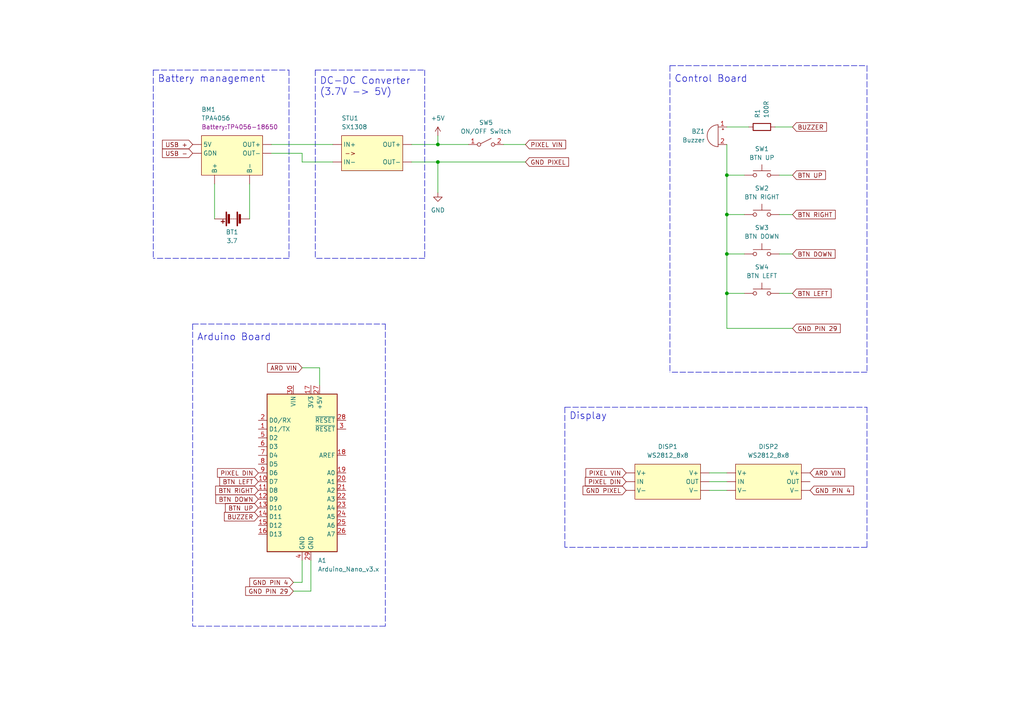
<source format=kicad_sch>
(kicad_sch (version 20211123) (generator eeschema)
  (paper "A4")
  (title_block (title "Tetris") (date "2022-06-23") (rev "1") (company "High Tech Lab"))
  (lib_symbols
    (symbol "Battery_Management:TPA4056" (pin_numbers hide)
      (property "Reference" "U" (at 0 12.7 0))
      (property "Value" "TPA4056" (at 0 10.16 0))
      (property "Footprint" "Battery:TP4056-18650" (at 0 7.62 0))
      (symbol "TPA4056_0_1"
        (rectangle (start -8.89 5.08) (end 8.89 -6.35) (fill (type background)))
      )
      (symbol "TPA4056_1_1"
        (pin power_in line (at -11.43 2.54 0) (length 2.54) (name "5V") (number "1"))
        (pin power_in line (at -11.43 0 0) (length 2.54) (name "GDN") (number "2"))
        (pin power_out line (at 11.43 2.54 180) (length 2.54) (name "OUT+") (number "3"))
        (pin power_out line (at -5.08 -8.89 90) (length 2.54) (name "B+") (number "4"))
        (pin power_out line (at 5.08 -8.89 90) (length 2.54) (name "B-") (number "5"))
        (pin power_out line (at 11.43 0 180) (length 2.54) (name "OUT-") (number "6"))
      )
    )
    (symbol "Converter_DCDC:SX1308" (pin_numbers hide) (in_bom no) (on_board no)
      (property "Reference" "U" (at 0 0 0))
      (property "Value" "SX1308" (at 0 0 0))
      (symbol "SX1308_0_0"
        (text "->" (at -6.35 0 0) (effects (font (size 1.27 1.27))))
      )
      (symbol "SX1308_0_1"
        (rectangle (start -8.89 5.08) (end 8.89 -5.08) (fill (type background)))
      )
      (symbol "SX1308_1_1"
        (pin power_in line (at -11.43 2.54 0) (length 2.54) (name "IN+") (number ""))
        (pin power_in line (at -11.43 -2.54 0) (length 2.54) (name "IN-") (number ""))
        (pin power_out line (at 11.43 2.54 180) (length 2.54) (name "OUT+") (number ""))
        (pin power_out line (at 11.43 -2.54 180) (length 2.54) (name "OUT-") (number ""))
      )
    )
    (symbol "Device:Battery" (pin_numbers hide) (pin_names (offset 0) hide)
      (property "Reference" "BT" (at 2.54 2.54 0))
      (property "Value" "Battery" (at 2.54 0 0))
      (symbol "Battery_0_1"
        (rectangle (start -2.032 -1.397) (end 2.032 -1.651) (fill (type outline)))
        (rectangle (start -2.032 1.778) (end 2.032 1.524) (fill (type outline)))
        (rectangle (start -1.3208 -1.9812) (end 1.27 -2.4892) (fill (type outline)))
        (rectangle (start -1.3208 1.1938) (end 1.27 0.6858) (fill (type outline)))
        (polyline (pts (xy 0 -1.524) (xy 0 -1.27)))
        (polyline (pts (xy 0 -1.016) (xy 0 -0.762)))
        (polyline (pts (xy 0 -0.508) (xy 0 -0.254)))
        (polyline (pts (xy 0 0) (xy 0 0.254)))
        (polyline (pts (xy 0 0.508) (xy 0 0.762)))
        (polyline (pts (xy 0 1.778) (xy 0 2.54)))
        (polyline (pts (xy 0.254 2.667) (xy 1.27 2.667)) (stroke (width 0.254)))
        (polyline (pts (xy 0.762 3.175) (xy 0.762 2.159)) (stroke (width 0.254)))
      )
      (symbol "Battery_1_1"
        (pin passive line (at 0 5.08 270) (length 2.54) (name "+") (number "1"))
        (pin passive line (at 0 -5.08 90) (length 2.54) (name "-") (number "2"))
      )
    )
    (symbol "Device:Buzzer" (pin_names (offset 0.0254) hide)
      (property "Reference" "BZ" (at 3.81 1.27 0))
      (property "Value" "Buzzer" (at 3.81 -1.27 0))
      (symbol "Buzzer_0_1"
        (arc (start 0 -3.175) (mid 3.175 0) (end 0 3.175))
        (polyline (pts (xy -1.651 1.905) (xy -1.143 1.905)))
        (polyline (pts (xy -1.397 2.159) (xy -1.397 1.651)))
        (polyline (pts (xy 0 3.175) (xy 0 -3.175)))
      )
      (symbol "Buzzer_1_1"
        (pin passive line (at -2.54 2.54 0) (length 2.54) (name "-") (number "1"))
        (pin passive line (at -2.54 -2.54 0) (length 2.54) (name "+") (number "2"))
      )
    )
    (symbol "Device:R" (pin_numbers hide) (pin_names (offset 0))
      (property "Reference" "R" (at 2.032 0 90))
      (property "Value" "R" (at 0 0 90))
      (symbol "R_0_1"
        (rectangle (start -1.016 -2.54) (end 1.016 2.54) (stroke (width 0.254)))
      )
      (symbol "R_1_1"
        (pin passive line (at 0 3.81 270) (length 1.27) (name "~") (number "1"))
        (pin passive line (at 0 -3.81 90) (length 1.27) (name "~") (number "2"))
      )
    )
    (symbol "LED:WS2812_8x8"
      (property "Reference" "DISP" (at 0 8.89 0))
      (property "Value" "WS2812_8x8" (at -0.0262 6.9 0))
      (symbol "WS2812_8x8_0_1"
        (rectangle (start -8.89 5.08) (end 10.16 -5.08) (fill (type background)))
      )
      (symbol "WS2812_8x8_1_1"
        (pin input line (at -11.43 0 0) (length 2.54) (name "IN") (number ""))
        (pin output line (at 12.7 0 180) (length 2.54) (name "OUT") (number ""))
        (pin power_out line (at -11.43 2.54 0) (length 2.54) (name "V+") (number ""))
        (pin power_in line (at 12.7 2.54 180) (length 2.54) (name "V+") (number ""))
        (pin power_out line (at -11.43 -2.54 0) (length 2.54) (name "V-") (number ""))
        (pin power_in line (at 12.7 -2.54 180) (length 2.54) (name "V-") (number ""))
      )
    )
    (symbol "MCU_Module:Arduino_Nano_v3.x"
      (property "Reference" "A" (at -10.16 23.495 0))
      (property "Value" "Arduino_Nano_v3.x" (at 5.08 -24.13 0))
      (symbol "Arduino_Nano_v3.x_0_1"
        (rectangle (start -10.16 22.86) (end 10.16 -22.86) (stroke (width 0.254)) (fill (type background)))
      )
      (symbol "Arduino_Nano_v3.x_1_1"
        (pin bidirectional line (at -12.7 12.7 0) (length 2.54) (name "D1/TX") (number "1"))
        (pin bidirectional line (at -12.7 -2.54 0) (length 2.54) (name "D7") (number "10"))
        (pin bidirectional line (at -12.7 -5.08 0) (length 2.54) (name "D8") (number "11"))
        (pin bidirectional line (at -12.7 -7.62 0) (length 2.54) (name "D9") (number "12"))
        (pin bidirectional line (at -12.7 -10.16 0) (length 2.54) (name "D10") (number "13"))
        (pin bidirectional line (at -12.7 -12.7 0) (length 2.54) (name "D11") (number "14"))
        (pin bidirectional line (at -12.7 -15.24 0) (length 2.54) (name "D12") (number "15"))
        (pin bidirectional line (at -12.7 -17.78 0) (length 2.54) (name "D13") (number "16"))
        (pin power_out line (at 2.54 25.4 270) (length 2.54) (name "3V3") (number "17"))
        (pin input line (at 12.7 5.08 180) (length 2.54) (name "AREF") (number "18"))
        (pin bidirectional line (at 12.7 0 180) (length 2.54) (name "A0") (number "19"))
        (pin bidirectional line (at -12.7 15.24 0) (length 2.54) (name "D0/RX") (number "2"))
        (pin bidirectional line (at 12.7 -2.54 180) (length 2.54) (name "A1") (number "20"))
        (pin bidirectional line (at 12.7 -5.08 180) (length 2.54) (name "A2") (number "21"))
        (pin bidirectional line (at 12.7 -7.62 180) (length 2.54) (name "A3") (number "22"))
        (pin bidirectional line (at 12.7 -10.16 180) (length 2.54) (name "A4") (number "23"))
        (pin bidirectional line (at 12.7 -12.7 180) (length 2.54) (name "A5") (number "24"))
        (pin bidirectional line (at 12.7 -15.24 180) (length 2.54) (name "A6") (number "25"))
        (pin bidirectional line (at 12.7 -17.78 180) (length 2.54) (name "A7") (number "26"))
        (pin power_out line (at 5.08 25.4 270) (length 2.54) (name "+5V") (number "27"))
        (pin input line (at 12.7 15.24 180) (length 2.54) (name "~{RESET}") (number "28"))
        (pin power_in line (at 2.54 -25.4 90) (length 2.54) (name "GND") (number "29"))
        (pin input line (at 12.7 12.7 180) (length 2.54) (name "~{RESET}") (number "3"))
        (pin power_in line (at -2.54 25.4 270) (length 2.54) (name "VIN") (number "30"))
        (pin power_in line (at 0 -25.4 90) (length 2.54) (name "GND") (number "4"))
        (pin bidirectional line (at -12.7 10.16 0) (length 2.54) (name "D2") (number "5"))
        (pin bidirectional line (at -12.7 7.62 0) (length 2.54) (name "D3") (number "6"))
        (pin bidirectional line (at -12.7 5.08 0) (length 2.54) (name "D4") (number "7"))
        (pin bidirectional line (at -12.7 2.54 0) (length 2.54) (name "D5") (number "8"))
        (pin bidirectional line (at -12.7 0 0) (length 2.54) (name "D6") (number "9"))
      )
    )
    (symbol "Switch:SW_Push" (pin_numbers hide) (pin_names (offset 1.016) hide)
      (property "Reference" "SW" (at 1.27 2.54 0))
      (property "Value" "SW_Push" (at 0 -1.524 0))
      (symbol "SW_Push_0_1"
        (circle (center -2.032 0) (radius 0.508))
        (polyline (pts (xy 0 1.27) (xy 0 3.048)))
        (polyline (pts (xy 2.54 1.27) (xy -2.54 1.27)))
        (circle (center 2.032 0) (radius 0.508))
        (pin passive line (at -5.08 0 0) (length 2.54) (name "1") (number "1"))
        (pin passive line (at 5.08 0 180) (length 2.54) (name "2") (number "2"))
      )
    )
    (symbol "Switch:SW_SPST" (pin_names (offset 0) hide)
      (property "Reference" "SW" (at 0 3.175 0))
      (property "Value" "SW_SPST" (at 0 -2.54 0))
      (symbol "SW_SPST_0_0"
        (circle (center -2.032 0) (radius 0.508))
        (polyline (pts (xy -1.524 0.254) (xy 1.524 1.778)))
        (circle (center 2.032 0) (radius 0.508))
      )
      (symbol "SW_SPST_1_1"
        (pin passive line (at -5.08 0 0) (length 2.54) (name "A") (number "1"))
        (pin passive line (at 5.08 0 180) (length 2.54) (name "B") (number "2"))
      )
    )
    (symbol "power:+5V" (power) (pin_names (offset 0))
      (property "Value" "+5V" (at 0 3.556 0))
      (symbol "+5V_0_1"
        (polyline (pts (xy -0.762 1.27) (xy 0 2.54)))
        (polyline (pts (xy 0 0) (xy 0 2.54)))
        (polyline (pts (xy 0 2.54) (xy 0.762 1.27)))
      )
      (symbol "+5V_1_1"
        (pin power_in line (at 0 0 90) (length 0) hide (name "+5V") (number "1"))
      )
    )
    (symbol "power:GND" (power) (pin_names (offset 0))
      (property "Value" "GND" (at 0 -3.81 0))
      (symbol "GND_0_1"
        (polyline (pts (xy 0 0) (xy 0 -1.27) (xy 1.27 -1.27) (xy 0 -2.54) (xy -1.27 -1.27) (xy 0 -1.27)))
      )
      (symbol "GND_1_1"
        (pin power_in line (at 0 0 270) (length 0) hide (name "GND") (number "1"))
      )
    )
  )
  (junction (at 210.82 73.66))
  (junction (at 210.82 50.8))
  (junction (at 127 46.99))
  (junction (at 210.82 85.09))
  (junction (at 210.82 62.23))
  (junction (at 127 41.91))
  (polyline (pts (xy 251.46 158.75) (xy 163.83 158.75)))
  (polyline (pts (xy 163.83 118.11) (xy 163.83 158.75)))
  (wire (pts (xy 92.71 106.68) (xy 92.71 111.76)))
  (polyline (pts (xy 251.46 19.05) (xy 251.46 107.95)))
  (polyline (pts (xy 163.83 118.11) (xy 251.46 118.11)))
  (polyline (pts (xy 111.76 181.61) (xy 55.88 181.61)))
  (wire (pts (xy 119.38 46.99) (xy 127 46.99)))
  (wire (pts (xy 85.09 168.91) (xy 87.63 168.91)))
  (wire (pts (xy 229.87 73.66) (xy 226.06 73.66)))
  (wire (pts (xy 127 41.91) (xy 135.89 41.91)))
  (wire (pts (xy 78.74 44.45) (xy 87.63 44.45)))
  (wire (pts (xy 205.74 139.7) (xy 210.82 139.7)))
  (polyline (pts (xy 123.19 20.32) (xy 123.19 74.93)))
  (wire (pts (xy 87.63 106.68) (xy 92.71 106.68)))
  (polyline (pts (xy 83.82 74.93) (xy 44.45 74.93)))
  (wire (pts (xy 215.9 50.8) (xy 210.82 50.8)))
  (polyline (pts (xy 123.19 74.93) (xy 91.44 74.93)))
  (wire (pts (xy 210.82 95.25) (xy 229.87 95.25)))
  (wire (pts (xy 217.17 36.83) (xy 210.82 36.83)))
  (polyline (pts (xy 55.88 93.98) (xy 55.88 181.61)))
  (wire (pts (xy 119.38 41.91) (xy 127 41.91)))
  (wire (pts (xy 229.87 50.8) (xy 226.06 50.8)))
  (wire (pts (xy 210.82 50.8) (xy 210.82 62.23)))
  (wire (pts (xy 229.87 85.09) (xy 226.06 85.09)))
  (wire (pts (xy 78.74 41.91) (xy 96.52 41.91)))
  (polyline (pts (xy 55.88 93.98) (xy 111.76 93.98)))
  (polyline (pts (xy 83.82 20.32) (xy 83.82 74.93)))
  (wire (pts (xy 210.82 62.23) (xy 215.9 62.23)))
  (wire (pts (xy 205.74 142.24) (xy 210.82 142.24)))
  (wire (pts (xy 152.4 41.91) (xy 146.05 41.91)))
  (polyline (pts (xy 91.44 20.32) (xy 91.44 74.93)))
  (wire (pts (xy 210.82 85.09) (xy 215.9 85.09)))
  (wire (pts (xy 210.82 73.66) (xy 215.9 73.66)))
  (wire (pts (xy 210.82 85.09) (xy 210.82 95.25)))
  (polyline (pts (xy 44.45 20.32) (xy 83.82 20.32)))
  (polyline (pts (xy 91.44 20.32) (xy 123.19 20.32)))
  (wire (pts (xy 72.39 53.34) (xy 72.39 63.5)))
  (wire (pts (xy 210.82 73.66) (xy 210.82 85.09)))
  (polyline (pts (xy 251.46 118.11) (xy 251.46 158.75)))
  (wire (pts (xy 127 39.37) (xy 127 41.91)))
  (polyline (pts (xy 194.31 19.05) (xy 251.46 19.05)))
  (wire (pts (xy 90.17 162.56) (xy 90.17 171.45)))
  (wire (pts (xy 210.82 41.91) (xy 210.82 50.8)))
  (wire (pts (xy 229.87 36.83) (xy 224.79 36.83)))
  (wire (pts (xy 90.17 171.45) (xy 85.09 171.45)))
  (wire (pts (xy 127 46.99) (xy 127 55.88)))
  (wire (pts (xy 229.87 62.23) (xy 226.06 62.23)))
  (polyline (pts (xy 251.46 107.95) (xy 194.31 107.95)))
  (wire (pts (xy 127 46.99) (xy 152.4 46.99)))
  (polyline (pts (xy 194.31 19.05) (xy 194.31 107.95)))
  (wire (pts (xy 87.63 44.45) (xy 87.63 46.99)))
  (wire (pts (xy 87.63 168.91) (xy 87.63 162.56)))
  (polyline (pts (xy 44.45 20.32) (xy 44.45 74.93)))
  (wire (pts (xy 210.82 62.23) (xy 210.82 73.66)))
  (wire (pts (xy 62.23 53.34) (xy 62.23 63.5)))
  (wire (pts (xy 205.74 137.16) (xy 210.82 137.16)))
  (wire (pts (xy 87.63 46.99) (xy 96.52 46.99)))
  (polyline (pts (xy 111.76 93.98) (xy 111.76 181.61)))
  (text "Control Board" (at 195.58 24.13 0) (effects (font (size 2 2)) (justify left bottom)))
  (text "Display" (at 165.1 121.92 0) (effects (font (size 2 2)) (justify left bottom)))
  (text "DC-DC Converter\n(3.7V -> 5V)" (at 92.71 27.94 0) (effects (font (size 2 2)) (justify left bottom)))
  (text "Battery management" (at 45.72 24.13 0) (effects (font (size 2 2)) (justify left bottom)))
  (text "Arduino Board" (at 57.15 99.06 0) (effects (font (size 2 2)) (justify left bottom)))
  (global_label "BTN RIGHT" (shape input) (at 229.87 62.23 0) (property "Intersheet References" "${INTERSHEET_REFS}" (effects hide)))
  (global_label "GND PIN 29" (shape input) (at 85.09 171.45 180) (property "Intersheet References" "${INTERSHEET_REFS}" (effects hide)))
  (global_label "BTN LEFT" (shape input) (at 74.93 139.7 180) (property "Intersheet References" "${INTERSHEET_REFS}" (effects hide)))
  (global_label "GND PIN 4" (shape input) (at 85.09 168.91 180) (property "Intersheet References" "${INTERSHEET_REFS}" (effects hide)))
  (global_label "BTN LEFT" (shape input) (at 229.87 85.09 0) (property "Intersheet References" "${INTERSHEET_REFS}" (effects hide)))
  (global_label "USB +" (shape input) (at 55.88 41.91 180) (property "Intersheet References" "${INTERSHEET_REFS}" (effects hide)))
  (global_label "BTN RIGHT" (shape input) (at 74.93 142.24 180) (property "Intersheet References" "${INTERSHEET_REFS}" (effects hide)))
  (global_label "GND PIXEL" (shape input) (at 181.61 142.24 180) (property "Intersheet References" "${INTERSHEET_REFS}" (effects hide)))
  (global_label "GND PIXEL" (shape input) (at 152.4 46.99 0) (property "Intersheet References" "${INTERSHEET_REFS}" (effects hide)))
  (global_label "BTN UP" (shape input) (at 229.87 50.8 0) (property "Intersheet References" "${INTERSHEET_REFS}" (effects hide)))
  (global_label "BTN DOWN" (shape input) (at 229.87 73.66 0) (property "Intersheet References" "${INTERSHEET_REFS}" (effects hide)))
  (global_label "BUZZER" (shape input) (at 74.93 149.86 180) (property "Intersheet References" "${INTERSHEET_REFS}" (effects hide)))
  (global_label "ARD VIN" (shape input) (at 87.63 106.68 180) (property "Intersheet References" "${INTERSHEET_REFS}" (effects hide)))
  (global_label "PIXEL DIN" (shape input) (at 74.93 137.16 180) (property "Intersheet References" "${INTERSHEET_REFS}" (effects hide)))
  (global_label "PIXEL DIN" (shape input) (at 181.61 139.7 180) (property "Intersheet References" "${INTERSHEET_REFS}" (effects hide)))
  (global_label "GND PIN 4" (shape input) (at 234.95 142.24 0) (property "Intersheet References" "${INTERSHEET_REFS}" (effects hide)))
  (global_label "GND PIN 29" (shape input) (at 229.87 95.25 0) (property "Intersheet References" "${INTERSHEET_REFS}" (effects hide)))
  (global_label "USB -" (shape input) (at 55.88 44.45 180) (property "Intersheet References" "${INTERSHEET_REFS}" (effects hide)))
  (global_label "BUZZER" (shape input) (at 229.87 36.83 0) (property "Intersheet References" "${INTERSHEET_REFS}" (effects hide)))
  (global_label "BTN DOWN" (shape input) (at 74.93 144.78 180) (property "Intersheet References" "${INTERSHEET_REFS}" (effects hide)))
  (global_label "PIXEL VIN" (shape input) (at 181.61 137.16 180) (property "Intersheet References" "${INTERSHEET_REFS}" (effects hide)))
  (global_label "BTN UP" (shape input) (at 74.93 147.32 180) (property "Intersheet References" "${INTERSHEET_REFS}" (effects hide)))
  (global_label "ARD VIN" (shape input) (at 234.95 137.16 0) (property "Intersheet References" "${INTERSHEET_REFS}" (effects hide)))
  (global_label "PIXEL VIN" (shape input) (at 152.4 41.91 0) (property "Intersheet References" "${INTERSHEET_REFS}" (effects hide)))
  (symbol (lib_id "power:+5V") (at 127 39.37 0) (unit 1)
    (property "Reference" "#PWR01" (effects hide))
    (property "Value" "+5V" (at 127 34.29 0))
  )
  (symbol (lib_id "Switch:SW_Push") (at 220.98 50.8 0) (unit 1)
    (property "Reference" "SW1" (at 220.98 43.18 0))
    (property "Value" "BTN UP" (at 220.98 45.72 0))
  )
  (symbol (lib_id "Switch:SW_Push") (at 220.98 62.23 0) (unit 1)
    (property "Reference" "SW2" (at 220.98 54.61 0))
    (property "Value" "BTN RIGHT" (at 220.98 57.15 0))
  )
  (symbol (lib_id "LED:WS2812_8x8") (at 193.04 139.7 0) (unit 1)
    (property "Reference" "DISP1" (at 193.675 129.54 0))
    (property "Value" "WS2812_8x8" (at 193.675 132.08 0))
  )
  (symbol (lib_id "Device:Buzzer") (at 208.28 39.37 0) (mirror y) (unit 1)
    (property "Reference" "BZ1" (at 204.47 38.0999 0) (effects (justify left)))
    (property "Value" "Buzzer" (at 204.47 40.6399 0) (effects (justify left)))
  )
  (symbol (lib_id "LED:WS2812_8x8") (at 222.25 139.7 0) (unit 1)
    (property "Reference" "DISP2" (at 222.885 129.54 0))
    (property "Value" "WS2812_8x8" (at 222.885 132.08 0))
  )
  (symbol (lib_id "Converter_DCDC:SX1308") (at 107.95 44.45 0) (unit 1) (in_bom no) (on_board no)
    (property "Reference" "STU1" (at 99.06 34.29 0) (effects (justify left)))
    (property "Value" "SX1308" (at 99.06 36.83 0) (effects (justify left)))
  )
  (symbol (lib_id "Switch:SW_Push") (at 220.98 73.66 0) (unit 1)
    (property "Reference" "SW3" (at 220.98 66.04 0))
    (property "Value" "BTN DOWN" (at 220.98 68.58 0))
  )
  (symbol (lib_id "Battery_Management:TPA4056") (at 67.31 44.45 0) (unit 1)
    (property "Reference" "BM1" (at 58.42 31.75 0) (effects (justify left)))
    (property "Value" "TPA4056" (at 58.42 34.29 0) (effects (justify left)))
    (property "Footprint" "Battery:TP4056-18650" (at 58.42 36.83 0) (effects (justify left)))
  )
  (symbol (lib_id "Device:Battery") (at 67.31 63.5 90) (mirror x) (unit 1)
    (property "Reference" "BT1" (at 67.31 67.31 90))
    (property "Value" "Battery" (at 67.31 69.85 90))
    (property "Spice_Primitive" "I" (effects hide))
    (property "Spice_Model" "dc 3.7" (effects hide))
    (property "Spice_Netlist_Enabled" "Y" (effects hide))
  )
  (symbol (lib_id "MCU_Module:Arduino_Nano_v3.x") (at 87.63 137.16 0) (unit 1)
    (property "Reference" "A1" (at 92.1894 162.56 0) (effects (justify left)))
    (property "Value" "Arduino_Nano_v3.x" (at 92.1894 165.1 0) (effects (justify left)))
    (property "Footprint" "Module:Arduino_Nano" (effects hide))
    (property "Datasheet" "http://www.mouser.com/pdfdocs/Gravitech_Arduino_Nano3_0.pdf" (effects hide))
  )
  (symbol (lib_id "Device:R") (at 220.98 36.83 90) (unit 1)
    (property "Reference" "R1" (at 219.7099 34.29 0) (effects (justify left)))
    (property "Value" "100R" (at 222.2499 34.29 0) (effects (justify left)))
  )
  (symbol (lib_id "Switch:SW_SPST") (at 140.97 41.91 0) (unit 1)
    (property "Reference" "SW5" (at 140.97 35.56 0))
    (property "Value" "ON/OFF Switch" (at 140.97 38.1 0))
  )
  (symbol (lib_id "power:GND") (at 127 55.88 0) (unit 1)
    (property "Reference" "#PWR02" (effects hide))
    (property "Value" "GND" (at 127 60.96 0))
  )
  (symbol (lib_id "Switch:SW_Push") (at 220.98 85.09 0) (unit 1)
    (property "Reference" "SW4" (at 220.98 77.47 0))
    (property "Value" "BTN LEFT" (at 220.98 80.01 0))
  )
)
</source>
